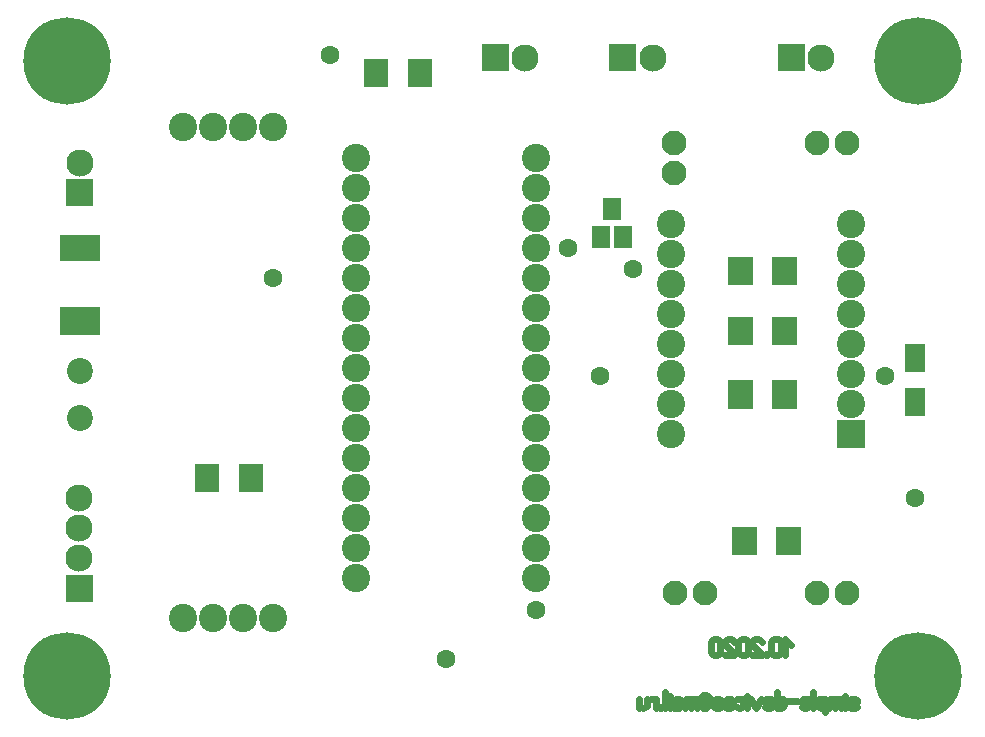
<source format=gbr>
%FSLAX34Y34*%
%MOMM*%
%LNSOLDERMASK_BOTTOM*%
G71*
G01*
%ADD10C, 7.400*%
%ADD11C, 2.400*%
%ADD12C, 2.200*%
%ADD13C, 2.300*%
%ADD14C, 2.100*%
%ADD15R, 1.500X1.900*%
%ADD16R, 1.700X2.400*%
%ADD17C, 1.600*%
%ADD18R, 2.100X2.400*%
%ADD19C, 0.567*%
%ADD20R, 3.400X2.400*%
%ADD21R, 3.400X2.300*%
%LPD*%
X84137Y625475D02*
G54D10*
D03*
X84137Y104813D02*
G54D10*
D03*
X804862Y104813D02*
G54D10*
D03*
X804862Y625475D02*
G54D10*
D03*
X182562Y569612D02*
G54D11*
D03*
X207962Y569612D02*
G54D11*
D03*
X233362Y569612D02*
G54D11*
D03*
X258762Y569612D02*
G54D11*
D03*
X182562Y153687D02*
G54D11*
D03*
X207962Y153687D02*
G54D11*
D03*
X233362Y153688D02*
G54D11*
D03*
X258762Y153687D02*
G54D11*
D03*
X481012Y187362D02*
G54D11*
D03*
X481012Y212762D02*
G54D11*
D03*
X481012Y238162D02*
G54D11*
D03*
X481012Y263562D02*
G54D11*
D03*
X481012Y288962D02*
G54D11*
D03*
X481012Y314362D02*
G54D11*
D03*
X481012Y339762D02*
G54D11*
D03*
X481012Y365162D02*
G54D11*
D03*
X481012Y390562D02*
G54D11*
D03*
X481012Y415962D02*
G54D11*
D03*
X481012Y441362D02*
G54D11*
D03*
X481012Y466762D02*
G54D11*
D03*
X481012Y492162D02*
G54D11*
D03*
X481012Y517562D02*
G54D11*
D03*
X481012Y542962D02*
G54D11*
D03*
X328612Y187362D02*
G54D11*
D03*
X328612Y212762D02*
G54D11*
D03*
X328612Y238162D02*
G54D11*
D03*
X328612Y263562D02*
G54D11*
D03*
X328612Y288962D02*
G54D11*
D03*
X328612Y314362D02*
G54D11*
D03*
X328612Y339762D02*
G54D11*
D03*
X328612Y365162D02*
G54D11*
D03*
X328612Y390562D02*
G54D11*
D03*
X328612Y415962D02*
G54D11*
D03*
X328612Y441362D02*
G54D11*
D03*
X328612Y466762D02*
G54D11*
D03*
X328612Y492162D02*
G54D11*
D03*
X328612Y517562D02*
G54D11*
D03*
X328612Y542962D02*
G54D11*
D03*
X595312Y487400D02*
G54D11*
D03*
X595312Y462000D02*
G54D11*
D03*
X595312Y436600D02*
G54D11*
D03*
X595312Y411200D02*
G54D11*
D03*
X595312Y385800D02*
G54D11*
D03*
X595312Y360400D02*
G54D11*
D03*
X595312Y335000D02*
G54D11*
D03*
X94761Y322933D02*
G54D12*
D03*
X94761Y362933D02*
G54D12*
D03*
X94765Y539283D02*
G54D13*
D03*
G36*
X106265Y525383D02*
X106265Y502383D01*
X83265Y502383D01*
X83265Y525383D01*
X106265Y525383D01*
G37*
X94413Y204322D02*
G54D13*
D03*
G36*
X105913Y190422D02*
X105913Y167422D01*
X82913Y167422D01*
X82913Y190422D01*
X105913Y190422D01*
G37*
X94413Y229722D02*
G54D13*
D03*
X94413Y255122D02*
G54D13*
D03*
X747713Y487400D02*
G54D11*
D03*
X747713Y462000D02*
G54D11*
D03*
X747713Y436600D02*
G54D11*
D03*
X747713Y411200D02*
G54D11*
D03*
X747713Y385800D02*
G54D11*
D03*
X747713Y360400D02*
G54D11*
D03*
X747713Y335000D02*
G54D11*
D03*
G36*
X759713Y321600D02*
X759713Y297600D01*
X735713Y297600D01*
X735713Y321600D01*
X759713Y321600D01*
G37*
X595312Y309600D02*
G54D11*
D03*
X598414Y174577D02*
G54D14*
D03*
X623814Y174577D02*
G54D14*
D03*
X719064Y174577D02*
G54D14*
D03*
X744464Y174577D02*
G54D14*
D03*
X598329Y555651D02*
G54D14*
D03*
X598328Y530251D02*
G54D14*
D03*
X719064Y555577D02*
G54D14*
D03*
X744464Y555577D02*
G54D14*
D03*
X554715Y476368D02*
G54D15*
D03*
X535714Y476368D02*
G54D15*
D03*
X545214Y500155D02*
G54D15*
D03*
X802206Y336927D02*
G54D16*
D03*
X802206Y373440D02*
G54D16*
D03*
G36*
X643610Y408937D02*
X664610Y408937D01*
X664611Y384937D01*
X643611Y384937D01*
X643610Y408937D01*
G37*
G36*
X680917Y408936D02*
X701917Y408937D01*
X701917Y384937D01*
X680917Y384936D01*
X680917Y408936D01*
G37*
G36*
X643610Y459737D02*
X664610Y459737D01*
X664611Y435737D01*
X643611Y435737D01*
X643610Y459737D01*
G37*
G36*
X680917Y459736D02*
X701917Y459737D01*
X701917Y435737D01*
X680917Y435736D01*
X680917Y459736D01*
G37*
G36*
X643610Y354962D02*
X664610Y354962D01*
X664611Y330962D01*
X643611Y330962D01*
X643610Y354962D01*
G37*
G36*
X680917Y354961D02*
X701917Y354962D01*
X701917Y330962D01*
X680917Y330961D01*
X680917Y354961D01*
G37*
G36*
X646785Y231137D02*
X667785Y231137D01*
X667786Y207137D01*
X646786Y207137D01*
X646785Y231137D01*
G37*
G36*
X684092Y231136D02*
X705092Y231137D01*
X705092Y207137D01*
X684092Y207136D01*
X684092Y231136D01*
G37*
X579884Y628209D02*
G54D13*
D03*
G36*
X565984Y616709D02*
X542984Y616709D01*
X542984Y639709D01*
X565984Y639709D01*
X565984Y616709D01*
G37*
X534987Y358838D02*
G54D17*
D03*
X776287Y358838D02*
G54D17*
D03*
X563563Y449326D02*
G54D17*
D03*
X481013Y160401D02*
G54D17*
D03*
X722759Y628209D02*
G54D13*
D03*
G36*
X708859Y616709D02*
X685859Y616709D01*
X685859Y639709D01*
X708859Y639709D01*
X708859Y616709D01*
G37*
X801688Y255651D02*
G54D17*
D03*
X258763Y441389D02*
G54D17*
D03*
X508000Y466788D02*
G54D17*
D03*
X239904Y272390D02*
G54D18*
D03*
X202598Y272390D02*
G54D18*
D03*
G54D19*
X696912Y130571D02*
X691912Y135571D01*
X691912Y122238D01*
G54D19*
X680246Y133071D02*
X680246Y124738D01*
X681246Y123071D01*
X683246Y122238D01*
X685246Y122238D01*
X687246Y123071D01*
X688246Y124738D01*
X688246Y133071D01*
X687246Y134738D01*
X685246Y135571D01*
X683246Y135571D01*
X681246Y134738D01*
X680246Y133071D01*
G54D19*
X675778Y122238D02*
X676578Y122238D01*
X676578Y122904D01*
X675778Y122904D01*
X675778Y122238D01*
X676578Y122238D01*
G54D19*
X664112Y122238D02*
X672112Y122238D01*
X672112Y123071D01*
X671112Y124738D01*
X665112Y129738D01*
X664112Y131404D01*
X664112Y133071D01*
X665112Y134738D01*
X667112Y135571D01*
X669112Y135571D01*
X671112Y134738D01*
X672112Y133071D01*
G54D19*
X652444Y133071D02*
X652444Y124738D01*
X653444Y123071D01*
X655444Y122238D01*
X657444Y122238D01*
X659444Y123071D01*
X660444Y124738D01*
X660444Y133071D01*
X659444Y134738D01*
X657444Y135571D01*
X655444Y135571D01*
X653444Y134738D01*
X652444Y133071D01*
G54D19*
X640778Y122238D02*
X648778Y122238D01*
X648778Y123071D01*
X647778Y124738D01*
X641778Y129738D01*
X640778Y131404D01*
X640778Y133071D01*
X641778Y134738D01*
X643778Y135571D01*
X645778Y135571D01*
X647778Y134738D01*
X648778Y133071D01*
G54D19*
X629110Y133071D02*
X629110Y124738D01*
X630110Y123071D01*
X632110Y122238D01*
X634110Y122238D01*
X636110Y123071D01*
X637110Y124738D01*
X637110Y133071D01*
X636110Y134738D01*
X634110Y135571D01*
X632110Y135571D01*
X630110Y134738D01*
X629110Y133071D01*
G54D19*
X752475Y78621D02*
X750475Y77788D01*
X748475Y77788D01*
X746475Y78621D01*
X746475Y80288D01*
X747475Y81121D01*
X751475Y81954D01*
X752475Y82788D01*
X752475Y84454D01*
X750475Y85288D01*
X748475Y85288D01*
X746475Y84454D01*
G54D19*
X742808Y77788D02*
X742808Y85288D01*
G54D19*
X742808Y87788D02*
X742808Y87788D01*
G54D19*
X739141Y77788D02*
X739141Y85288D01*
G54D19*
X739141Y83954D02*
X737141Y85288D01*
X735141Y84788D01*
X734141Y83621D01*
X734141Y77788D01*
G54D19*
X734141Y83954D02*
X732141Y85288D01*
X730141Y84788D01*
X729141Y83621D01*
X729141Y77788D01*
G54D19*
X725474Y85288D02*
X725474Y74454D01*
G54D19*
X725474Y80288D02*
X724474Y78121D01*
X722474Y77788D01*
X720474Y78121D01*
X719474Y79788D01*
X719474Y83121D01*
X720474Y84788D01*
X722474Y85288D01*
X724474Y84788D01*
X725474Y82788D01*
G54D19*
X715807Y77788D02*
X715807Y91121D01*
G54D19*
X706140Y78621D02*
X707740Y77788D01*
X709740Y77788D01*
X711740Y78621D01*
X712140Y80288D01*
X712140Y83121D01*
X711140Y84788D01*
X709140Y85288D01*
X707140Y84788D01*
X706140Y83621D01*
X706140Y81954D01*
X712140Y81954D01*
G54D19*
X702473Y83621D02*
X694473Y83621D01*
G54D19*
X684806Y77788D02*
X684806Y91121D01*
G54D19*
X684806Y83121D02*
X685806Y84788D01*
X687806Y85288D01*
X689806Y84788D01*
X690806Y83121D01*
X690806Y79788D01*
X689806Y78121D01*
X687806Y77788D01*
X685806Y78121D01*
X684806Y79788D01*
G54D19*
X675139Y78621D02*
X676739Y77788D01*
X678739Y77788D01*
X680739Y78621D01*
X681139Y80288D01*
X681139Y83121D01*
X680139Y84788D01*
X678139Y85288D01*
X676139Y84788D01*
X675139Y83621D01*
X675139Y81954D01*
X681139Y81954D01*
G54D19*
X671472Y85288D02*
X667472Y77788D01*
X663472Y85288D01*
G54D19*
X659805Y77788D02*
X659805Y85288D01*
G54D19*
X659805Y87788D02*
X659805Y87788D01*
G54D19*
X651138Y84788D02*
X653138Y85288D01*
X655138Y84788D01*
X656138Y83121D01*
X656138Y79788D01*
X655138Y78121D01*
X653138Y77788D01*
X651138Y78121D01*
G54D19*
X641471Y78621D02*
X643071Y77788D01*
X645071Y77788D01*
X647071Y78621D01*
X647471Y80288D01*
X647471Y83121D01*
X646471Y84788D01*
X644471Y85288D01*
X642471Y84788D01*
X641471Y83621D01*
X641471Y81954D01*
X647471Y81954D01*
G54D19*
X637804Y78621D02*
X635804Y77788D01*
X633804Y77788D01*
X631804Y78621D01*
X631804Y80288D01*
X632804Y81121D01*
X636804Y81954D01*
X637804Y82788D01*
X637804Y84454D01*
X635804Y85288D01*
X633804Y85288D01*
X631804Y84454D01*
G54D19*
X621137Y78954D02*
X622537Y77788D01*
X625137Y77788D01*
X626937Y78954D01*
X628137Y80788D01*
X628137Y85621D01*
X626937Y87454D01*
X625137Y88288D01*
X622537Y88288D01*
X621137Y86788D01*
X621137Y81454D01*
G54D19*
X621537Y83454D02*
X621737Y84788D01*
X623737Y85621D01*
X625137Y84788D01*
X625537Y83454D01*
X625137Y81954D01*
X623737Y81121D01*
X621737Y81954D01*
X621537Y83454D01*
G54D19*
X617470Y77788D02*
X617470Y85288D01*
G54D19*
X617470Y83954D02*
X615470Y85288D01*
X613470Y84788D01*
X612470Y83621D01*
X612470Y77788D01*
G54D19*
X612470Y83954D02*
X610470Y85288D01*
X608470Y84788D01*
X607470Y83621D01*
X607470Y77788D01*
G54D19*
X603803Y84454D02*
X601803Y85288D01*
X599403Y85288D01*
X597803Y83621D01*
X597803Y77788D01*
G54D19*
X597803Y80288D02*
X598803Y81954D01*
X600803Y82288D01*
X602803Y81954D01*
X603803Y80288D01*
X603403Y78621D01*
X601803Y77788D01*
X600803Y77788D01*
X600403Y77788D01*
X598803Y78621D01*
X597803Y80288D01*
G54D19*
X594136Y77788D02*
X594136Y85288D01*
G54D19*
X594136Y87788D02*
X594136Y87788D01*
G54D19*
X590469Y77788D02*
X590469Y91121D01*
G54D19*
X586002Y77788D02*
X586802Y77788D01*
X586802Y78454D01*
X586002Y78454D01*
X586002Y77788D01*
X586802Y77788D01*
G54D19*
X582335Y77788D02*
X582335Y85288D01*
G54D19*
X582335Y83621D02*
X580335Y85288D01*
X578335Y85288D01*
G54D19*
X568668Y85288D02*
X568668Y77788D01*
G54D19*
X568668Y79454D02*
X569668Y78121D01*
X571668Y77788D01*
X573668Y78121D01*
X574668Y79454D01*
X574668Y85288D01*
X94413Y255121D02*
G54D13*
D03*
X94761Y322933D02*
G54D12*
D03*
X94765Y539283D02*
G54D13*
D03*
X404813Y119126D02*
G54D17*
D03*
X95279Y405463D02*
G54D20*
D03*
X95280Y466582D02*
G54D21*
D03*
X182562Y153687D02*
G54D11*
D03*
X471934Y628209D02*
G54D13*
D03*
G36*
X458034Y616709D02*
X435034Y616709D01*
X435034Y639709D01*
X458034Y639709D01*
X458034Y616709D01*
G37*
X382779Y615290D02*
G54D18*
D03*
X345473Y615290D02*
G54D18*
D03*
X471934Y628209D02*
G54D12*
D03*
X306388Y630301D02*
G54D17*
D03*
M02*

</source>
